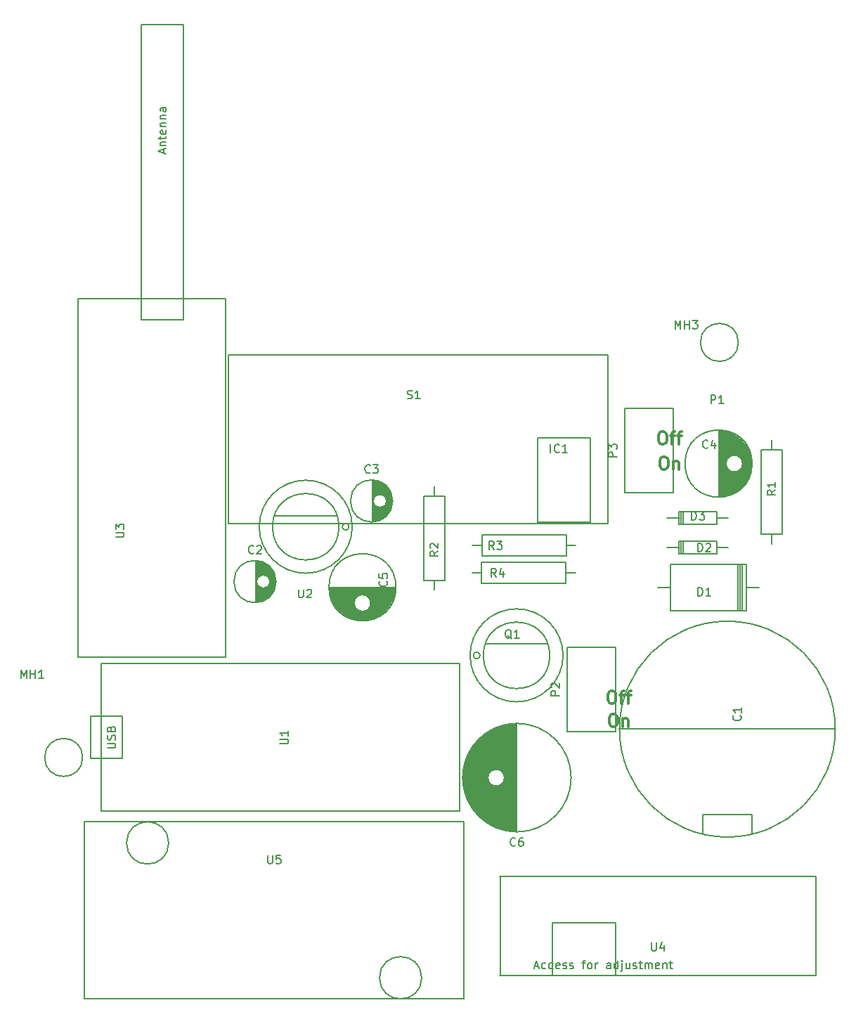
<source format=gto>
G04 #@! TF.FileFunction,Legend,Top*
%FSLAX46Y46*%
G04 Gerber Fmt 4.6, Leading zero omitted, Abs format (unit mm)*
G04 Created by KiCad (PCBNEW 4.0.4+dfsg1-stable) date Fri Oct 28 14:45:57 2016*
%MOMM*%
%LPD*%
G01*
G04 APERTURE LIST*
%ADD10C,0.200000*%
%ADD11C,0.300000*%
%ADD12C,0.150000*%
G04 APERTURE END LIST*
D10*
X71000000Y-55300000D02*
X71000000Y-55200000D01*
X63400000Y-55300000D02*
X71000000Y-55300000D01*
D11*
X110178571Y-48178571D02*
X110464285Y-48178571D01*
X110607143Y-48250000D01*
X110750000Y-48392857D01*
X110821428Y-48678571D01*
X110821428Y-49178571D01*
X110750000Y-49464286D01*
X110607143Y-49607143D01*
X110464285Y-49678571D01*
X110178571Y-49678571D01*
X110035714Y-49607143D01*
X109892857Y-49464286D01*
X109821428Y-49178571D01*
X109821428Y-48678571D01*
X109892857Y-48392857D01*
X110035714Y-48250000D01*
X110178571Y-48178571D01*
X111464286Y-48678571D02*
X111464286Y-49678571D01*
X111464286Y-48821429D02*
X111535714Y-48750000D01*
X111678572Y-48678571D01*
X111892857Y-48678571D01*
X112035714Y-48750000D01*
X112107143Y-48892857D01*
X112107143Y-49678571D01*
X110000000Y-45178571D02*
X110285714Y-45178571D01*
X110428572Y-45250000D01*
X110571429Y-45392857D01*
X110642857Y-45678571D01*
X110642857Y-46178571D01*
X110571429Y-46464286D01*
X110428572Y-46607143D01*
X110285714Y-46678571D01*
X110000000Y-46678571D01*
X109857143Y-46607143D01*
X109714286Y-46464286D01*
X109642857Y-46178571D01*
X109642857Y-45678571D01*
X109714286Y-45392857D01*
X109857143Y-45250000D01*
X110000000Y-45178571D01*
X111071429Y-45678571D02*
X111642858Y-45678571D01*
X111285715Y-46678571D02*
X111285715Y-45392857D01*
X111357143Y-45250000D01*
X111500001Y-45178571D01*
X111642858Y-45178571D01*
X111928572Y-45678571D02*
X112500001Y-45678571D01*
X112142858Y-46678571D02*
X112142858Y-45392857D01*
X112214286Y-45250000D01*
X112357144Y-45178571D01*
X112500001Y-45178571D01*
X104080571Y-79188571D02*
X104366285Y-79188571D01*
X104509143Y-79260000D01*
X104652000Y-79402857D01*
X104723428Y-79688571D01*
X104723428Y-80188571D01*
X104652000Y-80474286D01*
X104509143Y-80617143D01*
X104366285Y-80688571D01*
X104080571Y-80688571D01*
X103937714Y-80617143D01*
X103794857Y-80474286D01*
X103723428Y-80188571D01*
X103723428Y-79688571D01*
X103794857Y-79402857D01*
X103937714Y-79260000D01*
X104080571Y-79188571D01*
X105366286Y-79688571D02*
X105366286Y-80688571D01*
X105366286Y-79831429D02*
X105437714Y-79760000D01*
X105580572Y-79688571D01*
X105794857Y-79688571D01*
X105937714Y-79760000D01*
X106009143Y-79902857D01*
X106009143Y-80688571D01*
X103902000Y-76394571D02*
X104187714Y-76394571D01*
X104330572Y-76466000D01*
X104473429Y-76608857D01*
X104544857Y-76894571D01*
X104544857Y-77394571D01*
X104473429Y-77680286D01*
X104330572Y-77823143D01*
X104187714Y-77894571D01*
X103902000Y-77894571D01*
X103759143Y-77823143D01*
X103616286Y-77680286D01*
X103544857Y-77394571D01*
X103544857Y-76894571D01*
X103616286Y-76608857D01*
X103759143Y-76466000D01*
X103902000Y-76394571D01*
X104973429Y-76894571D02*
X105544858Y-76894571D01*
X105187715Y-77894571D02*
X105187715Y-76608857D01*
X105259143Y-76466000D01*
X105402001Y-76394571D01*
X105544858Y-76394571D01*
X105830572Y-76894571D02*
X106402001Y-76894571D01*
X106044858Y-77894571D02*
X106044858Y-76608857D01*
X106116286Y-76466000D01*
X106259144Y-76394571D01*
X106402001Y-76394571D01*
D12*
X47352000Y3844000D02*
X47352000Y-31716000D01*
X47352000Y-31716000D02*
X52432000Y-31716000D01*
X52432000Y-31716000D02*
X52432000Y3844000D01*
X52432000Y3844000D02*
X47352000Y3844000D01*
X57512000Y-72356000D02*
X39732000Y-72356000D01*
X39732000Y-72356000D02*
X39732000Y-29176000D01*
X39732000Y-29176000D02*
X57512000Y-29176000D01*
X57512000Y-29176000D02*
X57512000Y-72356000D01*
X61127000Y-60713000D02*
X61127000Y-65711000D01*
X61267000Y-60721000D02*
X61267000Y-63058000D01*
X61267000Y-63366000D02*
X61267000Y-65703000D01*
X61407000Y-60737000D02*
X61407000Y-62739000D01*
X61407000Y-63685000D02*
X61407000Y-65687000D01*
X61547000Y-60761000D02*
X61547000Y-62592000D01*
X61547000Y-63832000D02*
X61547000Y-65663000D01*
X61687000Y-60794000D02*
X61687000Y-62500000D01*
X61687000Y-63924000D02*
X61687000Y-65630000D01*
X61827000Y-60835000D02*
X61827000Y-62444000D01*
X61827000Y-63980000D02*
X61827000Y-65589000D01*
X61967000Y-60885000D02*
X61967000Y-62417000D01*
X61967000Y-64007000D02*
X61967000Y-65539000D01*
X62107000Y-60946000D02*
X62107000Y-62414000D01*
X62107000Y-64010000D02*
X62107000Y-65478000D01*
X62247000Y-61016000D02*
X62247000Y-62436000D01*
X62247000Y-63988000D02*
X62247000Y-65408000D01*
X62387000Y-61098000D02*
X62387000Y-62486000D01*
X62387000Y-63938000D02*
X62387000Y-65326000D01*
X62527000Y-61193000D02*
X62527000Y-62568000D01*
X62527000Y-63856000D02*
X62527000Y-65231000D01*
X62667000Y-61304000D02*
X62667000Y-62700000D01*
X62667000Y-63724000D02*
X62667000Y-65120000D01*
X62807000Y-61432000D02*
X62807000Y-62947000D01*
X62807000Y-63477000D02*
X62807000Y-64992000D01*
X62947000Y-61581000D02*
X62947000Y-64843000D01*
X63087000Y-61760000D02*
X63087000Y-64664000D01*
X63227000Y-61979000D02*
X63227000Y-64445000D01*
X63367000Y-62268000D02*
X63367000Y-64156000D01*
X63507000Y-62740000D02*
X63507000Y-63684000D01*
X62852000Y-63212000D02*
G75*
G03X62852000Y-63212000I-800000J0D01*
G01*
X63589500Y-63212000D02*
G75*
G03X63589500Y-63212000I-2537500J0D01*
G01*
X75175000Y-51001000D02*
X75175000Y-55999000D01*
X75315000Y-51009000D02*
X75315000Y-53346000D01*
X75315000Y-53654000D02*
X75315000Y-55991000D01*
X75455000Y-51025000D02*
X75455000Y-53027000D01*
X75455000Y-53973000D02*
X75455000Y-55975000D01*
X75595000Y-51049000D02*
X75595000Y-52880000D01*
X75595000Y-54120000D02*
X75595000Y-55951000D01*
X75735000Y-51082000D02*
X75735000Y-52788000D01*
X75735000Y-54212000D02*
X75735000Y-55918000D01*
X75875000Y-51123000D02*
X75875000Y-52732000D01*
X75875000Y-54268000D02*
X75875000Y-55877000D01*
X76015000Y-51173000D02*
X76015000Y-52705000D01*
X76015000Y-54295000D02*
X76015000Y-55827000D01*
X76155000Y-51234000D02*
X76155000Y-52702000D01*
X76155000Y-54298000D02*
X76155000Y-55766000D01*
X76295000Y-51304000D02*
X76295000Y-52724000D01*
X76295000Y-54276000D02*
X76295000Y-55696000D01*
X76435000Y-51386000D02*
X76435000Y-52774000D01*
X76435000Y-54226000D02*
X76435000Y-55614000D01*
X76575000Y-51481000D02*
X76575000Y-52856000D01*
X76575000Y-54144000D02*
X76575000Y-55519000D01*
X76715000Y-51592000D02*
X76715000Y-52988000D01*
X76715000Y-54012000D02*
X76715000Y-55408000D01*
X76855000Y-51720000D02*
X76855000Y-53235000D01*
X76855000Y-53765000D02*
X76855000Y-55280000D01*
X76995000Y-51869000D02*
X76995000Y-55131000D01*
X77135000Y-52048000D02*
X77135000Y-54952000D01*
X77275000Y-52267000D02*
X77275000Y-54733000D01*
X77415000Y-52556000D02*
X77415000Y-54444000D01*
X77555000Y-53028000D02*
X77555000Y-53972000D01*
X76900000Y-53500000D02*
G75*
G03X76900000Y-53500000I-800000J0D01*
G01*
X77637500Y-53500000D02*
G75*
G03X77637500Y-53500000I-2537500J0D01*
G01*
X116975000Y-45001000D02*
X116975000Y-52999000D01*
X117115000Y-45006000D02*
X117115000Y-52994000D01*
X117255000Y-45016000D02*
X117255000Y-52984000D01*
X117395000Y-45031000D02*
X117395000Y-52969000D01*
X117535000Y-45051000D02*
X117535000Y-52949000D01*
X117675000Y-45076000D02*
X117675000Y-52924000D01*
X117815000Y-45106000D02*
X117815000Y-48827000D01*
X117815000Y-49173000D02*
X117815000Y-52894000D01*
X117955000Y-45142000D02*
X117955000Y-48465000D01*
X117955000Y-49535000D02*
X117955000Y-52858000D01*
X118095000Y-45183000D02*
X118095000Y-48291000D01*
X118095000Y-49709000D02*
X118095000Y-52817000D01*
X118235000Y-45229000D02*
X118235000Y-48175000D01*
X118235000Y-49825000D02*
X118235000Y-52771000D01*
X118375000Y-45282000D02*
X118375000Y-48095000D01*
X118375000Y-49905000D02*
X118375000Y-52718000D01*
X118515000Y-45341000D02*
X118515000Y-48041000D01*
X118515000Y-49959000D02*
X118515000Y-52659000D01*
X118655000Y-45406000D02*
X118655000Y-48011000D01*
X118655000Y-49989000D02*
X118655000Y-52594000D01*
X118795000Y-45477000D02*
X118795000Y-48000000D01*
X118795000Y-50000000D02*
X118795000Y-52523000D01*
X118935000Y-45556000D02*
X118935000Y-48009000D01*
X118935000Y-49991000D02*
X118935000Y-52444000D01*
X119075000Y-45643000D02*
X119075000Y-48039000D01*
X119075000Y-49961000D02*
X119075000Y-52357000D01*
X119215000Y-45738000D02*
X119215000Y-48090000D01*
X119215000Y-49910000D02*
X119215000Y-52262000D01*
X119355000Y-45842000D02*
X119355000Y-48168000D01*
X119355000Y-49832000D02*
X119355000Y-52158000D01*
X119495000Y-45956000D02*
X119495000Y-48281000D01*
X119495000Y-49719000D02*
X119495000Y-52044000D01*
X119635000Y-46081000D02*
X119635000Y-48450000D01*
X119635000Y-49550000D02*
X119635000Y-51919000D01*
X119775000Y-46219000D02*
X119775000Y-48778000D01*
X119775000Y-49222000D02*
X119775000Y-51781000D01*
X119915000Y-46371000D02*
X119915000Y-51629000D01*
X120055000Y-46541000D02*
X120055000Y-51459000D01*
X120195000Y-46732000D02*
X120195000Y-51268000D01*
X120335000Y-46950000D02*
X120335000Y-51050000D01*
X120475000Y-47206000D02*
X120475000Y-50794000D01*
X120615000Y-47517000D02*
X120615000Y-50483000D01*
X120755000Y-47933000D02*
X120755000Y-50067000D01*
X120895000Y-48800000D02*
X120895000Y-49200000D01*
X119800000Y-49000000D02*
G75*
G03X119800000Y-49000000I-1000000J0D01*
G01*
X120937500Y-49000000D02*
G75*
G03X120937500Y-49000000I-4037500J0D01*
G01*
X92529000Y-93334000D02*
X92529000Y-80334000D01*
X92389000Y-93330000D02*
X92389000Y-80338000D01*
X92249000Y-93324000D02*
X92249000Y-80344000D01*
X92109000Y-93315000D02*
X92109000Y-80353000D01*
X91969000Y-93303000D02*
X91969000Y-80365000D01*
X91829000Y-93288000D02*
X91829000Y-80380000D01*
X91689000Y-93269000D02*
X91689000Y-80399000D01*
X91549000Y-93248000D02*
X91549000Y-80420000D01*
X91409000Y-93223000D02*
X91409000Y-80445000D01*
X91269000Y-93195000D02*
X91269000Y-80473000D01*
X91129000Y-93164000D02*
X91129000Y-80504000D01*
X90989000Y-93130000D02*
X90989000Y-87300000D01*
X90989000Y-86368000D02*
X90989000Y-80538000D01*
X90849000Y-93093000D02*
X90849000Y-87501000D01*
X90849000Y-86167000D02*
X90849000Y-80575000D01*
X90709000Y-93052000D02*
X90709000Y-87630000D01*
X90709000Y-86038000D02*
X90709000Y-80616000D01*
X90569000Y-93007000D02*
X90569000Y-87719000D01*
X90569000Y-85949000D02*
X90569000Y-80661000D01*
X90429000Y-92959000D02*
X90429000Y-87780000D01*
X90429000Y-85888000D02*
X90429000Y-80709000D01*
X90289000Y-92908000D02*
X90289000Y-87817000D01*
X90289000Y-85851000D02*
X90289000Y-80760000D01*
X90149000Y-92853000D02*
X90149000Y-87833000D01*
X90149000Y-85835000D02*
X90149000Y-80815000D01*
X90009000Y-92794000D02*
X90009000Y-87829000D01*
X90009000Y-85839000D02*
X90009000Y-80874000D01*
X89869000Y-92731000D02*
X89869000Y-87806000D01*
X89869000Y-85862000D02*
X89869000Y-80937000D01*
X89729000Y-92664000D02*
X89729000Y-87761000D01*
X89729000Y-85907000D02*
X89729000Y-81004000D01*
X89589000Y-92592000D02*
X89589000Y-87691000D01*
X89589000Y-85977000D02*
X89589000Y-81076000D01*
X89449000Y-92517000D02*
X89449000Y-87590000D01*
X89449000Y-86078000D02*
X89449000Y-81151000D01*
X89309000Y-92437000D02*
X89309000Y-87441000D01*
X89309000Y-86227000D02*
X89309000Y-81231000D01*
X89169000Y-92352000D02*
X89169000Y-87189000D01*
X89169000Y-86479000D02*
X89169000Y-81316000D01*
X89029000Y-92263000D02*
X89029000Y-81405000D01*
X88889000Y-92168000D02*
X88889000Y-81500000D01*
X88749000Y-92067000D02*
X88749000Y-81601000D01*
X88609000Y-91961000D02*
X88609000Y-81707000D01*
X88469000Y-91849000D02*
X88469000Y-81819000D01*
X88329000Y-91730000D02*
X88329000Y-81938000D01*
X88189000Y-91605000D02*
X88189000Y-82063000D01*
X88049000Y-91471000D02*
X88049000Y-82197000D01*
X87909000Y-91329000D02*
X87909000Y-82339000D01*
X87769000Y-91178000D02*
X87769000Y-82490000D01*
X87629000Y-91017000D02*
X87629000Y-82651000D01*
X87489000Y-90845000D02*
X87489000Y-82823000D01*
X87349000Y-90660000D02*
X87349000Y-83008000D01*
X87209000Y-90459000D02*
X87209000Y-83209000D01*
X87069000Y-90242000D02*
X87069000Y-83426000D01*
X86929000Y-90003000D02*
X86929000Y-83665000D01*
X86789000Y-89738000D02*
X86789000Y-83930000D01*
X86649000Y-89439000D02*
X86649000Y-84229000D01*
X86509000Y-89093000D02*
X86509000Y-84575000D01*
X86369000Y-88671000D02*
X86369000Y-84997000D01*
X86229000Y-88103000D02*
X86229000Y-85565000D01*
X91104000Y-86834000D02*
G75*
G03X91104000Y-86834000I-1000000J0D01*
G01*
X99141500Y-86834000D02*
G75*
G03X99141500Y-86834000I-6537500J0D01*
G01*
X111104780Y-63976960D02*
X109580780Y-63976960D01*
X120248780Y-63976960D02*
X121772780Y-63976960D01*
X119232780Y-66770960D02*
X119232780Y-61182960D01*
X119486780Y-66770960D02*
X119486780Y-61182960D01*
X119740780Y-66770960D02*
X119740780Y-61182960D01*
X120248780Y-61182960D02*
X120248780Y-66770960D01*
X120248780Y-66770960D02*
X111104780Y-66770960D01*
X111104780Y-66770960D02*
X111104780Y-61182960D01*
X111104780Y-61182960D02*
X120248780Y-61182960D01*
X116694520Y-59145460D02*
X118091520Y-59145460D01*
X112249520Y-59145460D02*
X110725520Y-59145460D01*
X112630520Y-58383460D02*
X112630520Y-59907460D01*
X112376520Y-58383460D02*
X112376520Y-59907460D01*
X112122520Y-59145460D02*
X112122520Y-59907460D01*
X112122520Y-59907460D02*
X116694520Y-59907460D01*
X116694520Y-59907460D02*
X116694520Y-58383460D01*
X116694520Y-58383460D02*
X112122520Y-58383460D01*
X112122520Y-58383460D02*
X112122520Y-59145460D01*
X116694520Y-55589460D02*
X118091520Y-55589460D01*
X112249520Y-55589460D02*
X110725520Y-55589460D01*
X112630520Y-54827460D02*
X112630520Y-56351460D01*
X112376520Y-54827460D02*
X112376520Y-56351460D01*
X112122520Y-55589460D02*
X112122520Y-56351460D01*
X112122520Y-56351460D02*
X116694520Y-56351460D01*
X116694520Y-56351460D02*
X116694520Y-54827460D01*
X116694520Y-54827460D02*
X112122520Y-54827460D01*
X112122520Y-54827460D02*
X112122520Y-55589460D01*
X95104000Y-45940000D02*
X101454000Y-45940000D01*
X101454000Y-45940000D02*
X101454000Y-56100000D01*
X101454000Y-56100000D02*
X95104000Y-56100000D01*
X95104000Y-56100000D02*
X95104000Y-45940000D01*
X124568000Y-47344000D02*
X122028000Y-47344000D01*
X122028000Y-47344000D02*
X122028000Y-57504000D01*
X122028000Y-57504000D02*
X124568000Y-57504000D01*
X124568000Y-57504000D02*
X124568000Y-47344000D01*
X123298000Y-58654000D02*
X123298000Y-57504000D01*
X123298000Y-46194000D02*
X123298000Y-47344000D01*
X81388000Y-63078000D02*
X83928000Y-63078000D01*
X83928000Y-63078000D02*
X83928000Y-52918000D01*
X83928000Y-52918000D02*
X81388000Y-52918000D01*
X81388000Y-52918000D02*
X81388000Y-63078000D01*
X82658000Y-51768000D02*
X82658000Y-52918000D01*
X82658000Y-64228000D02*
X82658000Y-63078000D01*
X88380000Y-57624000D02*
X88380000Y-60164000D01*
X88380000Y-60164000D02*
X98540000Y-60164000D01*
X98540000Y-60164000D02*
X98540000Y-57624000D01*
X98540000Y-57624000D02*
X88380000Y-57624000D01*
X99690000Y-58894000D02*
X98540000Y-58894000D01*
X87230000Y-58894000D02*
X88380000Y-58894000D01*
X98526000Y-63466000D02*
X98526000Y-60926000D01*
X98526000Y-60926000D02*
X88366000Y-60926000D01*
X88366000Y-60926000D02*
X88366000Y-63466000D01*
X88366000Y-63466000D02*
X98526000Y-63466000D01*
X87216000Y-62196000D02*
X88366000Y-62196000D01*
X99676000Y-62196000D02*
X98526000Y-62196000D01*
X57840000Y-56240000D02*
X57840000Y-35920000D01*
X57840000Y-35920000D02*
X103560000Y-35920000D01*
X103560000Y-35920000D02*
X103560000Y-56240000D01*
X103560000Y-56240000D02*
X57840000Y-56240000D01*
X41256000Y-84548000D02*
X45066000Y-84548000D01*
X45066000Y-84548000D02*
X45066000Y-79468000D01*
X45066000Y-79468000D02*
X41256000Y-79468000D01*
X41256000Y-79468000D02*
X41256000Y-84548000D01*
X85706000Y-90898000D02*
X85706000Y-73118000D01*
X85706000Y-73118000D02*
X42526000Y-73118000D01*
X42526000Y-73118000D02*
X42526000Y-90898000D01*
X42526000Y-90898000D02*
X85706000Y-90898000D01*
X77999000Y-63975000D02*
X70001000Y-63975000D01*
X77994000Y-64115000D02*
X70006000Y-64115000D01*
X77984000Y-64255000D02*
X70016000Y-64255000D01*
X77969000Y-64395000D02*
X70031000Y-64395000D01*
X77949000Y-64535000D02*
X70051000Y-64535000D01*
X77924000Y-64675000D02*
X70076000Y-64675000D01*
X77894000Y-64815000D02*
X74173000Y-64815000D01*
X73827000Y-64815000D02*
X70106000Y-64815000D01*
X77858000Y-64955000D02*
X74535000Y-64955000D01*
X73465000Y-64955000D02*
X70142000Y-64955000D01*
X77817000Y-65095000D02*
X74709000Y-65095000D01*
X73291000Y-65095000D02*
X70183000Y-65095000D01*
X77771000Y-65235000D02*
X74825000Y-65235000D01*
X73175000Y-65235000D02*
X70229000Y-65235000D01*
X77718000Y-65375000D02*
X74905000Y-65375000D01*
X73095000Y-65375000D02*
X70282000Y-65375000D01*
X77659000Y-65515000D02*
X74959000Y-65515000D01*
X73041000Y-65515000D02*
X70341000Y-65515000D01*
X77594000Y-65655000D02*
X74989000Y-65655000D01*
X73011000Y-65655000D02*
X70406000Y-65655000D01*
X77523000Y-65795000D02*
X75000000Y-65795000D01*
X73000000Y-65795000D02*
X70477000Y-65795000D01*
X77444000Y-65935000D02*
X74991000Y-65935000D01*
X73009000Y-65935000D02*
X70556000Y-65935000D01*
X77357000Y-66075000D02*
X74961000Y-66075000D01*
X73039000Y-66075000D02*
X70643000Y-66075000D01*
X77262000Y-66215000D02*
X74910000Y-66215000D01*
X73090000Y-66215000D02*
X70738000Y-66215000D01*
X77158000Y-66355000D02*
X74832000Y-66355000D01*
X73168000Y-66355000D02*
X70842000Y-66355000D01*
X77044000Y-66495000D02*
X74719000Y-66495000D01*
X73281000Y-66495000D02*
X70956000Y-66495000D01*
X76919000Y-66635000D02*
X74550000Y-66635000D01*
X73450000Y-66635000D02*
X71081000Y-66635000D01*
X76781000Y-66775000D02*
X74222000Y-66775000D01*
X73778000Y-66775000D02*
X71219000Y-66775000D01*
X76629000Y-66915000D02*
X71371000Y-66915000D01*
X76459000Y-67055000D02*
X71541000Y-67055000D01*
X76268000Y-67195000D02*
X71732000Y-67195000D01*
X76050000Y-67335000D02*
X71950000Y-67335000D01*
X75794000Y-67475000D02*
X72206000Y-67475000D01*
X75483000Y-67615000D02*
X72517000Y-67615000D01*
X75067000Y-67755000D02*
X72933000Y-67755000D01*
X74200000Y-67895000D02*
X73800000Y-67895000D01*
X75000000Y-65800000D02*
G75*
G03X75000000Y-65800000I-1000000J0D01*
G01*
X78037500Y-63900000D02*
G75*
G03X78037500Y-63900000I-4037500J0D01*
G01*
X104521000Y-71120000D02*
X104521000Y-81280000D01*
X98679000Y-81280000D02*
X98679000Y-71120000D01*
X98679000Y-71120000D02*
X104521000Y-71120000D01*
X98679000Y-81280000D02*
X104521000Y-81280000D01*
X111429000Y-42380000D02*
X111429000Y-52540000D01*
X105587000Y-52540000D02*
X105587000Y-42380000D01*
X105587000Y-42380000D02*
X111429000Y-42380000D01*
X105587000Y-52540000D02*
X111429000Y-52540000D01*
X40286000Y-84400000D02*
G75*
G03X40286000Y-84400000I-2286000J0D01*
G01*
X119286000Y-34400000D02*
G75*
G03X119286000Y-34400000I-2286000J0D01*
G01*
X72364000Y-56608000D02*
G75*
G03X72364000Y-56608000I-400000J0D01*
G01*
X71164000Y-56608000D02*
G75*
G03X71164000Y-56608000I-4000000J0D01*
G01*
X72764000Y-56608000D02*
G75*
G03X72764000Y-56608000I-5600000J0D01*
G01*
X88754000Y-70732000D02*
X96374000Y-70732000D01*
X88164000Y-72102000D02*
G75*
G03X88164000Y-72102000I-400000J0D01*
G01*
X96564000Y-72102000D02*
G75*
G03X96564000Y-72102000I-4000000J0D01*
G01*
X98164000Y-72102000D02*
G75*
G03X98164000Y-72102000I-5600000J0D01*
G01*
X114964000Y-93692000D02*
X114964000Y-91292000D01*
X114964000Y-91292000D02*
X120964000Y-91292000D01*
X120964000Y-91292000D02*
X120964000Y-93692000D01*
X104964000Y-80992000D02*
X105264000Y-80992000D01*
X105264000Y-80992000D02*
X105364000Y-80992000D01*
X130964000Y-80992000D02*
X105064000Y-80992000D01*
X130964000Y-80992000D02*
G75*
G03X130964000Y-80992000I-13000000J0D01*
G01*
X86254000Y-113500000D02*
X86254000Y-112500000D01*
X40454000Y-112500000D02*
X40454000Y-113400000D01*
X50654000Y-94700000D02*
G75*
G03X50654000Y-94700000I-2540000J0D01*
G01*
X81134000Y-110940000D02*
G75*
G03X81134000Y-110940000I-2540000J0D01*
G01*
X86214000Y-113480000D02*
X40494000Y-113480000D01*
X40494000Y-112480000D02*
X40494000Y-92160000D01*
X40494000Y-92160000D02*
X86214000Y-92160000D01*
X86214000Y-92160000D02*
X86214000Y-112480000D01*
X90600000Y-98700000D02*
X90600000Y-110600000D01*
X128600000Y-98700000D02*
X128600000Y-110700000D01*
X96900000Y-104340000D02*
X104520000Y-104340000D01*
X104520000Y-104340000D02*
X104520000Y-110690000D01*
X96900000Y-110690000D02*
X96900000Y-104340000D01*
X128650000Y-110690000D02*
X90550000Y-110690000D01*
X90550000Y-98710000D02*
X128650000Y-98710000D01*
X44264381Y-57877905D02*
X45073905Y-57877905D01*
X45169143Y-57830286D01*
X45216762Y-57782667D01*
X45264381Y-57687429D01*
X45264381Y-57496952D01*
X45216762Y-57401714D01*
X45169143Y-57354095D01*
X45073905Y-57306476D01*
X44264381Y-57306476D01*
X44264381Y-56925524D02*
X44264381Y-56306476D01*
X44645333Y-56639810D01*
X44645333Y-56496952D01*
X44692952Y-56401714D01*
X44740571Y-56354095D01*
X44835810Y-56306476D01*
X45073905Y-56306476D01*
X45169143Y-56354095D01*
X45216762Y-56401714D01*
X45264381Y-56496952D01*
X45264381Y-56782667D01*
X45216762Y-56877905D01*
X45169143Y-56925524D01*
X50058667Y-11617905D02*
X50058667Y-11141714D01*
X50344381Y-11713143D02*
X49344381Y-11379810D01*
X50344381Y-11046476D01*
X49677714Y-10713143D02*
X50344381Y-10713143D01*
X49772952Y-10713143D02*
X49725333Y-10665524D01*
X49677714Y-10570286D01*
X49677714Y-10427428D01*
X49725333Y-10332190D01*
X49820571Y-10284571D01*
X50344381Y-10284571D01*
X49677714Y-9951238D02*
X49677714Y-9570286D01*
X49344381Y-9808381D02*
X50201524Y-9808381D01*
X50296762Y-9760762D01*
X50344381Y-9665524D01*
X50344381Y-9570286D01*
X50296762Y-8855999D02*
X50344381Y-8951237D01*
X50344381Y-9141714D01*
X50296762Y-9236952D01*
X50201524Y-9284571D01*
X49820571Y-9284571D01*
X49725333Y-9236952D01*
X49677714Y-9141714D01*
X49677714Y-8951237D01*
X49725333Y-8855999D01*
X49820571Y-8808380D01*
X49915810Y-8808380D01*
X50011048Y-9284571D01*
X49677714Y-8379809D02*
X50344381Y-8379809D01*
X49772952Y-8379809D02*
X49725333Y-8332190D01*
X49677714Y-8236952D01*
X49677714Y-8094094D01*
X49725333Y-7998856D01*
X49820571Y-7951237D01*
X50344381Y-7951237D01*
X49677714Y-7475047D02*
X50344381Y-7475047D01*
X49772952Y-7475047D02*
X49725333Y-7427428D01*
X49677714Y-7332190D01*
X49677714Y-7189332D01*
X49725333Y-7094094D01*
X49820571Y-7046475D01*
X50344381Y-7046475D01*
X50344381Y-6141713D02*
X49820571Y-6141713D01*
X49725333Y-6189332D01*
X49677714Y-6284570D01*
X49677714Y-6475047D01*
X49725333Y-6570285D01*
X50296762Y-6141713D02*
X50344381Y-6236951D01*
X50344381Y-6475047D01*
X50296762Y-6570285D01*
X50201524Y-6617904D01*
X50106286Y-6617904D01*
X50011048Y-6570285D01*
X49963429Y-6475047D01*
X49963429Y-6236951D01*
X49915810Y-6141713D01*
X60885334Y-59769143D02*
X60837715Y-59816762D01*
X60694858Y-59864381D01*
X60599620Y-59864381D01*
X60456762Y-59816762D01*
X60361524Y-59721524D01*
X60313905Y-59626286D01*
X60266286Y-59435810D01*
X60266286Y-59292952D01*
X60313905Y-59102476D01*
X60361524Y-59007238D01*
X60456762Y-58912000D01*
X60599620Y-58864381D01*
X60694858Y-58864381D01*
X60837715Y-58912000D01*
X60885334Y-58959619D01*
X61266286Y-58959619D02*
X61313905Y-58912000D01*
X61409143Y-58864381D01*
X61647239Y-58864381D01*
X61742477Y-58912000D01*
X61790096Y-58959619D01*
X61837715Y-59054857D01*
X61837715Y-59150095D01*
X61790096Y-59292952D01*
X61218667Y-59864381D01*
X61837715Y-59864381D01*
X74933334Y-50057143D02*
X74885715Y-50104762D01*
X74742858Y-50152381D01*
X74647620Y-50152381D01*
X74504762Y-50104762D01*
X74409524Y-50009524D01*
X74361905Y-49914286D01*
X74314286Y-49723810D01*
X74314286Y-49580952D01*
X74361905Y-49390476D01*
X74409524Y-49295238D01*
X74504762Y-49200000D01*
X74647620Y-49152381D01*
X74742858Y-49152381D01*
X74885715Y-49200000D01*
X74933334Y-49247619D01*
X75266667Y-49152381D02*
X75885715Y-49152381D01*
X75552381Y-49533333D01*
X75695239Y-49533333D01*
X75790477Y-49580952D01*
X75838096Y-49628571D01*
X75885715Y-49723810D01*
X75885715Y-49961905D01*
X75838096Y-50057143D01*
X75790477Y-50104762D01*
X75695239Y-50152381D01*
X75409524Y-50152381D01*
X75314286Y-50104762D01*
X75266667Y-50057143D01*
X115595334Y-47071143D02*
X115547715Y-47118762D01*
X115404858Y-47166381D01*
X115309620Y-47166381D01*
X115166762Y-47118762D01*
X115071524Y-47023524D01*
X115023905Y-46928286D01*
X114976286Y-46737810D01*
X114976286Y-46594952D01*
X115023905Y-46404476D01*
X115071524Y-46309238D01*
X115166762Y-46214000D01*
X115309620Y-46166381D01*
X115404858Y-46166381D01*
X115547715Y-46214000D01*
X115595334Y-46261619D01*
X116452477Y-46499714D02*
X116452477Y-47166381D01*
X116214381Y-46118762D02*
X115976286Y-46833048D01*
X116595334Y-46833048D01*
X92437334Y-94991143D02*
X92389715Y-95038762D01*
X92246858Y-95086381D01*
X92151620Y-95086381D01*
X92008762Y-95038762D01*
X91913524Y-94943524D01*
X91865905Y-94848286D01*
X91818286Y-94657810D01*
X91818286Y-94514952D01*
X91865905Y-94324476D01*
X91913524Y-94229238D01*
X92008762Y-94134000D01*
X92151620Y-94086381D01*
X92246858Y-94086381D01*
X92389715Y-94134000D01*
X92437334Y-94181619D01*
X93294477Y-94086381D02*
X93104000Y-94086381D01*
X93008762Y-94134000D01*
X92961143Y-94181619D01*
X92865905Y-94324476D01*
X92818286Y-94514952D01*
X92818286Y-94895905D01*
X92865905Y-94991143D01*
X92913524Y-95038762D01*
X93008762Y-95086381D01*
X93199239Y-95086381D01*
X93294477Y-95038762D01*
X93342096Y-94991143D01*
X93389715Y-94895905D01*
X93389715Y-94657810D01*
X93342096Y-94562571D01*
X93294477Y-94514952D01*
X93199239Y-94467333D01*
X93008762Y-94467333D01*
X92913524Y-94514952D01*
X92865905Y-94562571D01*
X92818286Y-94657810D01*
X114431905Y-64934381D02*
X114431905Y-63934381D01*
X114670000Y-63934381D01*
X114812858Y-63982000D01*
X114908096Y-64077238D01*
X114955715Y-64172476D01*
X115003334Y-64362952D01*
X115003334Y-64505810D01*
X114955715Y-64696286D01*
X114908096Y-64791524D01*
X114812858Y-64886762D01*
X114670000Y-64934381D01*
X114431905Y-64934381D01*
X115955715Y-64934381D02*
X115384286Y-64934381D01*
X115670000Y-64934381D02*
X115670000Y-63934381D01*
X115574762Y-64077238D01*
X115479524Y-64172476D01*
X115384286Y-64220095D01*
X114431905Y-59600381D02*
X114431905Y-58600381D01*
X114670000Y-58600381D01*
X114812858Y-58648000D01*
X114908096Y-58743238D01*
X114955715Y-58838476D01*
X115003334Y-59028952D01*
X115003334Y-59171810D01*
X114955715Y-59362286D01*
X114908096Y-59457524D01*
X114812858Y-59552762D01*
X114670000Y-59600381D01*
X114431905Y-59600381D01*
X115384286Y-58695619D02*
X115431905Y-58648000D01*
X115527143Y-58600381D01*
X115765239Y-58600381D01*
X115860477Y-58648000D01*
X115908096Y-58695619D01*
X115955715Y-58790857D01*
X115955715Y-58886095D01*
X115908096Y-59028952D01*
X115336667Y-59600381D01*
X115955715Y-59600381D01*
X113669905Y-55790381D02*
X113669905Y-54790381D01*
X113908000Y-54790381D01*
X114050858Y-54838000D01*
X114146096Y-54933238D01*
X114193715Y-55028476D01*
X114241334Y-55218952D01*
X114241334Y-55361810D01*
X114193715Y-55552286D01*
X114146096Y-55647524D01*
X114050858Y-55742762D01*
X113908000Y-55790381D01*
X113669905Y-55790381D01*
X114574667Y-54790381D02*
X115193715Y-54790381D01*
X114860381Y-55171333D01*
X115003239Y-55171333D01*
X115098477Y-55218952D01*
X115146096Y-55266571D01*
X115193715Y-55361810D01*
X115193715Y-55599905D01*
X115146096Y-55695143D01*
X115098477Y-55742762D01*
X115003239Y-55790381D01*
X114717524Y-55790381D01*
X114622286Y-55742762D01*
X114574667Y-55695143D01*
X96667810Y-47662381D02*
X96667810Y-46662381D01*
X97715429Y-47567143D02*
X97667810Y-47614762D01*
X97524953Y-47662381D01*
X97429715Y-47662381D01*
X97286857Y-47614762D01*
X97191619Y-47519524D01*
X97144000Y-47424286D01*
X97096381Y-47233810D01*
X97096381Y-47090952D01*
X97144000Y-46900476D01*
X97191619Y-46805238D01*
X97286857Y-46710000D01*
X97429715Y-46662381D01*
X97524953Y-46662381D01*
X97667810Y-46710000D01*
X97715429Y-46757619D01*
X98667810Y-47662381D02*
X98096381Y-47662381D01*
X98382095Y-47662381D02*
X98382095Y-46662381D01*
X98286857Y-46805238D01*
X98191619Y-46900476D01*
X98096381Y-46948095D01*
X115981305Y-41769581D02*
X115981305Y-40769581D01*
X116362258Y-40769581D01*
X116457496Y-40817200D01*
X116505115Y-40864819D01*
X116552734Y-40960057D01*
X116552734Y-41102914D01*
X116505115Y-41198152D01*
X116457496Y-41245771D01*
X116362258Y-41293390D01*
X115981305Y-41293390D01*
X117505115Y-41769581D02*
X116933686Y-41769581D01*
X117219400Y-41769581D02*
X117219400Y-40769581D01*
X117124162Y-40912438D01*
X117028924Y-41007676D01*
X116933686Y-41055295D01*
X123750381Y-52202666D02*
X123274190Y-52536000D01*
X123750381Y-52774095D02*
X122750381Y-52774095D01*
X122750381Y-52393142D01*
X122798000Y-52297904D01*
X122845619Y-52250285D01*
X122940857Y-52202666D01*
X123083714Y-52202666D01*
X123178952Y-52250285D01*
X123226571Y-52297904D01*
X123274190Y-52393142D01*
X123274190Y-52774095D01*
X123750381Y-51250285D02*
X123750381Y-51821714D01*
X123750381Y-51536000D02*
X122750381Y-51536000D01*
X122893238Y-51631238D01*
X122988476Y-51726476D01*
X123036095Y-51821714D01*
X83110381Y-59568666D02*
X82634190Y-59902000D01*
X83110381Y-60140095D02*
X82110381Y-60140095D01*
X82110381Y-59759142D01*
X82158000Y-59663904D01*
X82205619Y-59616285D01*
X82300857Y-59568666D01*
X82443714Y-59568666D01*
X82538952Y-59616285D01*
X82586571Y-59663904D01*
X82634190Y-59759142D01*
X82634190Y-60140095D01*
X82205619Y-59187714D02*
X82158000Y-59140095D01*
X82110381Y-59044857D01*
X82110381Y-58806761D01*
X82158000Y-58711523D01*
X82205619Y-58663904D01*
X82300857Y-58616285D01*
X82396095Y-58616285D01*
X82538952Y-58663904D01*
X83110381Y-59235333D01*
X83110381Y-58616285D01*
X89857334Y-59346381D02*
X89524000Y-58870190D01*
X89285905Y-59346381D02*
X89285905Y-58346381D01*
X89666858Y-58346381D01*
X89762096Y-58394000D01*
X89809715Y-58441619D01*
X89857334Y-58536857D01*
X89857334Y-58679714D01*
X89809715Y-58774952D01*
X89762096Y-58822571D01*
X89666858Y-58870190D01*
X89285905Y-58870190D01*
X90190667Y-58346381D02*
X90809715Y-58346381D01*
X90476381Y-58727333D01*
X90619239Y-58727333D01*
X90714477Y-58774952D01*
X90762096Y-58822571D01*
X90809715Y-58917810D01*
X90809715Y-59155905D01*
X90762096Y-59251143D01*
X90714477Y-59298762D01*
X90619239Y-59346381D01*
X90333524Y-59346381D01*
X90238286Y-59298762D01*
X90190667Y-59251143D01*
X90111334Y-62648381D02*
X89778000Y-62172190D01*
X89539905Y-62648381D02*
X89539905Y-61648381D01*
X89920858Y-61648381D01*
X90016096Y-61696000D01*
X90063715Y-61743619D01*
X90111334Y-61838857D01*
X90111334Y-61981714D01*
X90063715Y-62076952D01*
X90016096Y-62124571D01*
X89920858Y-62172190D01*
X89539905Y-62172190D01*
X90968477Y-61981714D02*
X90968477Y-62648381D01*
X90730381Y-61600762D02*
X90492286Y-62315048D01*
X91111334Y-62315048D01*
X79430095Y-41150762D02*
X79572952Y-41198381D01*
X79811048Y-41198381D01*
X79906286Y-41150762D01*
X79953905Y-41103143D01*
X80001524Y-41007905D01*
X80001524Y-40912667D01*
X79953905Y-40817429D01*
X79906286Y-40769810D01*
X79811048Y-40722190D01*
X79620571Y-40674571D01*
X79525333Y-40626952D01*
X79477714Y-40579333D01*
X79430095Y-40484095D01*
X79430095Y-40388857D01*
X79477714Y-40293619D01*
X79525333Y-40246000D01*
X79620571Y-40198381D01*
X79858667Y-40198381D01*
X80001524Y-40246000D01*
X80953905Y-41198381D02*
X80382476Y-41198381D01*
X80668190Y-41198381D02*
X80668190Y-40198381D01*
X80572952Y-40341238D01*
X80477714Y-40436476D01*
X80382476Y-40484095D01*
X64068381Y-82769905D02*
X64877905Y-82769905D01*
X64973143Y-82722286D01*
X65020762Y-82674667D01*
X65068381Y-82579429D01*
X65068381Y-82388952D01*
X65020762Y-82293714D01*
X64973143Y-82246095D01*
X64877905Y-82198476D01*
X64068381Y-82198476D01*
X65068381Y-81198476D02*
X65068381Y-81769905D01*
X65068381Y-81484191D02*
X64068381Y-81484191D01*
X64211238Y-81579429D01*
X64306476Y-81674667D01*
X64354095Y-81769905D01*
X43248381Y-83269905D02*
X44057905Y-83269905D01*
X44153143Y-83222286D01*
X44200762Y-83174667D01*
X44248381Y-83079429D01*
X44248381Y-82888952D01*
X44200762Y-82793714D01*
X44153143Y-82746095D01*
X44057905Y-82698476D01*
X43248381Y-82698476D01*
X44200762Y-82269905D02*
X44248381Y-82127048D01*
X44248381Y-81888952D01*
X44200762Y-81793714D01*
X44153143Y-81746095D01*
X44057905Y-81698476D01*
X43962667Y-81698476D01*
X43867429Y-81746095D01*
X43819810Y-81793714D01*
X43772190Y-81888952D01*
X43724571Y-82079429D01*
X43676952Y-82174667D01*
X43629333Y-82222286D01*
X43534095Y-82269905D01*
X43438857Y-82269905D01*
X43343619Y-82222286D01*
X43296000Y-82174667D01*
X43248381Y-82079429D01*
X43248381Y-81841333D01*
X43296000Y-81698476D01*
X43724571Y-80936571D02*
X43772190Y-80793714D01*
X43819810Y-80746095D01*
X43915048Y-80698476D01*
X44057905Y-80698476D01*
X44153143Y-80746095D01*
X44200762Y-80793714D01*
X44248381Y-80888952D01*
X44248381Y-81269905D01*
X43248381Y-81269905D01*
X43248381Y-80936571D01*
X43296000Y-80841333D01*
X43343619Y-80793714D01*
X43438857Y-80746095D01*
X43534095Y-80746095D01*
X43629333Y-80793714D01*
X43676952Y-80841333D01*
X43724571Y-80936571D01*
X43724571Y-81269905D01*
X76897143Y-63182666D02*
X76944762Y-63230285D01*
X76992381Y-63373142D01*
X76992381Y-63468380D01*
X76944762Y-63611238D01*
X76849524Y-63706476D01*
X76754286Y-63754095D01*
X76563810Y-63801714D01*
X76420952Y-63801714D01*
X76230476Y-63754095D01*
X76135238Y-63706476D01*
X76040000Y-63611238D01*
X75992381Y-63468380D01*
X75992381Y-63373142D01*
X76040000Y-63230285D01*
X76087619Y-63182666D01*
X75992381Y-62277904D02*
X75992381Y-62754095D01*
X76468571Y-62801714D01*
X76420952Y-62754095D01*
X76373333Y-62658857D01*
X76373333Y-62420761D01*
X76420952Y-62325523D01*
X76468571Y-62277904D01*
X76563810Y-62230285D01*
X76801905Y-62230285D01*
X76897143Y-62277904D01*
X76944762Y-62325523D01*
X76992381Y-62420761D01*
X76992381Y-62658857D01*
X76944762Y-62754095D01*
X76897143Y-62801714D01*
X97734381Y-76938095D02*
X96734381Y-76938095D01*
X96734381Y-76557142D01*
X96782000Y-76461904D01*
X96829619Y-76414285D01*
X96924857Y-76366666D01*
X97067714Y-76366666D01*
X97162952Y-76414285D01*
X97210571Y-76461904D01*
X97258190Y-76557142D01*
X97258190Y-76938095D01*
X96829619Y-75985714D02*
X96782000Y-75938095D01*
X96734381Y-75842857D01*
X96734381Y-75604761D01*
X96782000Y-75509523D01*
X96829619Y-75461904D01*
X96924857Y-75414285D01*
X97020095Y-75414285D01*
X97162952Y-75461904D01*
X97734381Y-76033333D01*
X97734381Y-75414285D01*
X104642381Y-48198095D02*
X103642381Y-48198095D01*
X103642381Y-47817142D01*
X103690000Y-47721904D01*
X103737619Y-47674285D01*
X103832857Y-47626666D01*
X103975714Y-47626666D01*
X104070952Y-47674285D01*
X104118571Y-47721904D01*
X104166190Y-47817142D01*
X104166190Y-48198095D01*
X103642381Y-47293333D02*
X103642381Y-46674285D01*
X104023333Y-47007619D01*
X104023333Y-46864761D01*
X104070952Y-46769523D01*
X104118571Y-46721904D01*
X104213810Y-46674285D01*
X104451905Y-46674285D01*
X104547143Y-46721904D01*
X104594762Y-46769523D01*
X104642381Y-46864761D01*
X104642381Y-47150476D01*
X104594762Y-47245714D01*
X104547143Y-47293333D01*
X32866667Y-74852381D02*
X32866667Y-73852381D01*
X33200001Y-74566667D01*
X33533334Y-73852381D01*
X33533334Y-74852381D01*
X34009524Y-74852381D02*
X34009524Y-73852381D01*
X34009524Y-74328571D02*
X34580953Y-74328571D01*
X34580953Y-74852381D02*
X34580953Y-73852381D01*
X35580953Y-74852381D02*
X35009524Y-74852381D01*
X35295238Y-74852381D02*
X35295238Y-73852381D01*
X35200000Y-73995238D01*
X35104762Y-74090476D01*
X35009524Y-74138095D01*
X111666667Y-32752381D02*
X111666667Y-31752381D01*
X112000001Y-32466667D01*
X112333334Y-31752381D01*
X112333334Y-32752381D01*
X112809524Y-32752381D02*
X112809524Y-31752381D01*
X112809524Y-32228571D02*
X113380953Y-32228571D01*
X113380953Y-32752381D02*
X113380953Y-31752381D01*
X113761905Y-31752381D02*
X114380953Y-31752381D01*
X114047619Y-32133333D01*
X114190477Y-32133333D01*
X114285715Y-32180952D01*
X114333334Y-32228571D01*
X114380953Y-32323810D01*
X114380953Y-32561905D01*
X114333334Y-32657143D01*
X114285715Y-32704762D01*
X114190477Y-32752381D01*
X113904762Y-32752381D01*
X113809524Y-32704762D01*
X113761905Y-32657143D01*
X66302095Y-64160381D02*
X66302095Y-64969905D01*
X66349714Y-65065143D01*
X66397333Y-65112762D01*
X66492571Y-65160381D01*
X66683048Y-65160381D01*
X66778286Y-65112762D01*
X66825905Y-65065143D01*
X66873524Y-64969905D01*
X66873524Y-64160381D01*
X67302095Y-64255619D02*
X67349714Y-64208000D01*
X67444952Y-64160381D01*
X67683048Y-64160381D01*
X67778286Y-64208000D01*
X67825905Y-64255619D01*
X67873524Y-64350857D01*
X67873524Y-64446095D01*
X67825905Y-64588952D01*
X67254476Y-65160381D01*
X67873524Y-65160381D01*
X91960762Y-70109619D02*
X91865524Y-70062000D01*
X91770286Y-69966762D01*
X91627429Y-69823905D01*
X91532190Y-69776286D01*
X91436952Y-69776286D01*
X91484571Y-70014381D02*
X91389333Y-69966762D01*
X91294095Y-69871524D01*
X91246476Y-69681048D01*
X91246476Y-69347714D01*
X91294095Y-69157238D01*
X91389333Y-69062000D01*
X91484571Y-69014381D01*
X91675048Y-69014381D01*
X91770286Y-69062000D01*
X91865524Y-69157238D01*
X91913143Y-69347714D01*
X91913143Y-69681048D01*
X91865524Y-69871524D01*
X91770286Y-69966762D01*
X91675048Y-70014381D01*
X91484571Y-70014381D01*
X92865524Y-70014381D02*
X92294095Y-70014381D01*
X92579809Y-70014381D02*
X92579809Y-69014381D01*
X92484571Y-69157238D01*
X92389333Y-69252476D01*
X92294095Y-69300095D01*
X119521143Y-79358666D02*
X119568762Y-79406285D01*
X119616381Y-79549142D01*
X119616381Y-79644380D01*
X119568762Y-79787238D01*
X119473524Y-79882476D01*
X119378286Y-79930095D01*
X119187810Y-79977714D01*
X119044952Y-79977714D01*
X118854476Y-79930095D01*
X118759238Y-79882476D01*
X118664000Y-79787238D01*
X118616381Y-79644380D01*
X118616381Y-79549142D01*
X118664000Y-79406285D01*
X118711619Y-79358666D01*
X119616381Y-78406285D02*
X119616381Y-78977714D01*
X119616381Y-78692000D02*
X118616381Y-78692000D01*
X118759238Y-78787238D01*
X118854476Y-78882476D01*
X118902095Y-78977714D01*
X62592095Y-96192381D02*
X62592095Y-97001905D01*
X62639714Y-97097143D01*
X62687333Y-97144762D01*
X62782571Y-97192381D01*
X62973048Y-97192381D01*
X63068286Y-97144762D01*
X63115905Y-97097143D01*
X63163524Y-97001905D01*
X63163524Y-96192381D01*
X64115905Y-96192381D02*
X63639714Y-96192381D01*
X63592095Y-96668571D01*
X63639714Y-96620952D01*
X63734952Y-96573333D01*
X63973048Y-96573333D01*
X64068286Y-96620952D01*
X64115905Y-96668571D01*
X64163524Y-96763810D01*
X64163524Y-97001905D01*
X64115905Y-97097143D01*
X64068286Y-97144762D01*
X63973048Y-97192381D01*
X63734952Y-97192381D01*
X63639714Y-97144762D01*
X63592095Y-97097143D01*
X108838095Y-106692381D02*
X108838095Y-107501905D01*
X108885714Y-107597143D01*
X108933333Y-107644762D01*
X109028571Y-107692381D01*
X109219048Y-107692381D01*
X109314286Y-107644762D01*
X109361905Y-107597143D01*
X109409524Y-107501905D01*
X109409524Y-106692381D01*
X110314286Y-107025714D02*
X110314286Y-107692381D01*
X110076190Y-106644762D02*
X109838095Y-107359048D01*
X110457143Y-107359048D01*
X94738094Y-109566667D02*
X95214285Y-109566667D01*
X94642856Y-109852381D02*
X94976189Y-108852381D01*
X95309523Y-109852381D01*
X96071428Y-109804762D02*
X95976190Y-109852381D01*
X95785713Y-109852381D01*
X95690475Y-109804762D01*
X95642856Y-109757143D01*
X95595237Y-109661905D01*
X95595237Y-109376190D01*
X95642856Y-109280952D01*
X95690475Y-109233333D01*
X95785713Y-109185714D01*
X95976190Y-109185714D01*
X96071428Y-109233333D01*
X96928571Y-109804762D02*
X96833333Y-109852381D01*
X96642856Y-109852381D01*
X96547618Y-109804762D01*
X96499999Y-109757143D01*
X96452380Y-109661905D01*
X96452380Y-109376190D01*
X96499999Y-109280952D01*
X96547618Y-109233333D01*
X96642856Y-109185714D01*
X96833333Y-109185714D01*
X96928571Y-109233333D01*
X97738095Y-109804762D02*
X97642857Y-109852381D01*
X97452380Y-109852381D01*
X97357142Y-109804762D01*
X97309523Y-109709524D01*
X97309523Y-109328571D01*
X97357142Y-109233333D01*
X97452380Y-109185714D01*
X97642857Y-109185714D01*
X97738095Y-109233333D01*
X97785714Y-109328571D01*
X97785714Y-109423810D01*
X97309523Y-109519048D01*
X98166666Y-109804762D02*
X98261904Y-109852381D01*
X98452380Y-109852381D01*
X98547619Y-109804762D01*
X98595238Y-109709524D01*
X98595238Y-109661905D01*
X98547619Y-109566667D01*
X98452380Y-109519048D01*
X98309523Y-109519048D01*
X98214285Y-109471429D01*
X98166666Y-109376190D01*
X98166666Y-109328571D01*
X98214285Y-109233333D01*
X98309523Y-109185714D01*
X98452380Y-109185714D01*
X98547619Y-109233333D01*
X98976190Y-109804762D02*
X99071428Y-109852381D01*
X99261904Y-109852381D01*
X99357143Y-109804762D01*
X99404762Y-109709524D01*
X99404762Y-109661905D01*
X99357143Y-109566667D01*
X99261904Y-109519048D01*
X99119047Y-109519048D01*
X99023809Y-109471429D01*
X98976190Y-109376190D01*
X98976190Y-109328571D01*
X99023809Y-109233333D01*
X99119047Y-109185714D01*
X99261904Y-109185714D01*
X99357143Y-109233333D01*
X100452381Y-109185714D02*
X100833333Y-109185714D01*
X100595238Y-109852381D02*
X100595238Y-108995238D01*
X100642857Y-108900000D01*
X100738095Y-108852381D01*
X100833333Y-108852381D01*
X101309524Y-109852381D02*
X101214286Y-109804762D01*
X101166667Y-109757143D01*
X101119048Y-109661905D01*
X101119048Y-109376190D01*
X101166667Y-109280952D01*
X101214286Y-109233333D01*
X101309524Y-109185714D01*
X101452382Y-109185714D01*
X101547620Y-109233333D01*
X101595239Y-109280952D01*
X101642858Y-109376190D01*
X101642858Y-109661905D01*
X101595239Y-109757143D01*
X101547620Y-109804762D01*
X101452382Y-109852381D01*
X101309524Y-109852381D01*
X102071429Y-109852381D02*
X102071429Y-109185714D01*
X102071429Y-109376190D02*
X102119048Y-109280952D01*
X102166667Y-109233333D01*
X102261905Y-109185714D01*
X102357144Y-109185714D01*
X103880954Y-109852381D02*
X103880954Y-109328571D01*
X103833335Y-109233333D01*
X103738097Y-109185714D01*
X103547620Y-109185714D01*
X103452382Y-109233333D01*
X103880954Y-109804762D02*
X103785716Y-109852381D01*
X103547620Y-109852381D01*
X103452382Y-109804762D01*
X103404763Y-109709524D01*
X103404763Y-109614286D01*
X103452382Y-109519048D01*
X103547620Y-109471429D01*
X103785716Y-109471429D01*
X103880954Y-109423810D01*
X104785716Y-109852381D02*
X104785716Y-108852381D01*
X104785716Y-109804762D02*
X104690478Y-109852381D01*
X104500001Y-109852381D01*
X104404763Y-109804762D01*
X104357144Y-109757143D01*
X104309525Y-109661905D01*
X104309525Y-109376190D01*
X104357144Y-109280952D01*
X104404763Y-109233333D01*
X104500001Y-109185714D01*
X104690478Y-109185714D01*
X104785716Y-109233333D01*
X105261906Y-109185714D02*
X105261906Y-110042857D01*
X105214287Y-110138095D01*
X105119049Y-110185714D01*
X105071430Y-110185714D01*
X105261906Y-108852381D02*
X105214287Y-108900000D01*
X105261906Y-108947619D01*
X105309525Y-108900000D01*
X105261906Y-108852381D01*
X105261906Y-108947619D01*
X106166668Y-109185714D02*
X106166668Y-109852381D01*
X105738096Y-109185714D02*
X105738096Y-109709524D01*
X105785715Y-109804762D01*
X105880953Y-109852381D01*
X106023811Y-109852381D01*
X106119049Y-109804762D01*
X106166668Y-109757143D01*
X106595239Y-109804762D02*
X106690477Y-109852381D01*
X106880953Y-109852381D01*
X106976192Y-109804762D01*
X107023811Y-109709524D01*
X107023811Y-109661905D01*
X106976192Y-109566667D01*
X106880953Y-109519048D01*
X106738096Y-109519048D01*
X106642858Y-109471429D01*
X106595239Y-109376190D01*
X106595239Y-109328571D01*
X106642858Y-109233333D01*
X106738096Y-109185714D01*
X106880953Y-109185714D01*
X106976192Y-109233333D01*
X107309525Y-109185714D02*
X107690477Y-109185714D01*
X107452382Y-108852381D02*
X107452382Y-109709524D01*
X107500001Y-109804762D01*
X107595239Y-109852381D01*
X107690477Y-109852381D01*
X108023811Y-109852381D02*
X108023811Y-109185714D01*
X108023811Y-109280952D02*
X108071430Y-109233333D01*
X108166668Y-109185714D01*
X108309526Y-109185714D01*
X108404764Y-109233333D01*
X108452383Y-109328571D01*
X108452383Y-109852381D01*
X108452383Y-109328571D02*
X108500002Y-109233333D01*
X108595240Y-109185714D01*
X108738097Y-109185714D01*
X108833335Y-109233333D01*
X108880954Y-109328571D01*
X108880954Y-109852381D01*
X109738097Y-109804762D02*
X109642859Y-109852381D01*
X109452382Y-109852381D01*
X109357144Y-109804762D01*
X109309525Y-109709524D01*
X109309525Y-109328571D01*
X109357144Y-109233333D01*
X109452382Y-109185714D01*
X109642859Y-109185714D01*
X109738097Y-109233333D01*
X109785716Y-109328571D01*
X109785716Y-109423810D01*
X109309525Y-109519048D01*
X110214287Y-109185714D02*
X110214287Y-109852381D01*
X110214287Y-109280952D02*
X110261906Y-109233333D01*
X110357144Y-109185714D01*
X110500002Y-109185714D01*
X110595240Y-109233333D01*
X110642859Y-109328571D01*
X110642859Y-109852381D01*
X110976192Y-109185714D02*
X111357144Y-109185714D01*
X111119049Y-108852381D02*
X111119049Y-109709524D01*
X111166668Y-109804762D01*
X111261906Y-109852381D01*
X111357144Y-109852381D01*
M02*

</source>
